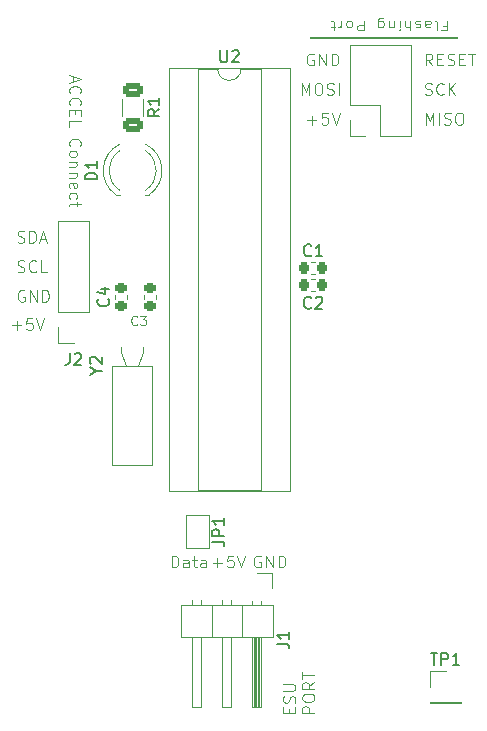
<source format=gto>
%TF.GenerationSoftware,KiCad,Pcbnew,8.0.4*%
%TF.CreationDate,2024-12-21T23:10:03-05:00*%
%TF.ProjectId,Reaction Wheel,52656163-7469-46f6-9e20-576865656c2e,rev?*%
%TF.SameCoordinates,Original*%
%TF.FileFunction,Legend,Top*%
%TF.FilePolarity,Positive*%
%FSLAX46Y46*%
G04 Gerber Fmt 4.6, Leading zero omitted, Abs format (unit mm)*
G04 Created by KiCad (PCBNEW 8.0.4) date 2024-12-21 23:10:03*
%MOMM*%
%LPD*%
G01*
G04 APERTURE LIST*
G04 Aperture macros list*
%AMRoundRect*
0 Rectangle with rounded corners*
0 $1 Rounding radius*
0 $2 $3 $4 $5 $6 $7 $8 $9 X,Y pos of 4 corners*
0 Add a 4 corners polygon primitive as box body*
4,1,4,$2,$3,$4,$5,$6,$7,$8,$9,$2,$3,0*
0 Add four circle primitives for the rounded corners*
1,1,$1+$1,$2,$3*
1,1,$1+$1,$4,$5*
1,1,$1+$1,$6,$7*
1,1,$1+$1,$8,$9*
0 Add four rect primitives between the rounded corners*
20,1,$1+$1,$2,$3,$4,$5,0*
20,1,$1+$1,$4,$5,$6,$7,0*
20,1,$1+$1,$6,$7,$8,$9,0*
20,1,$1+$1,$8,$9,$2,$3,0*%
G04 Aperture macros list end*
%ADD10C,0.100000*%
%ADD11C,0.150000*%
%ADD12C,0.125000*%
%ADD13C,0.120000*%
%ADD14R,1.800000X1.800000*%
%ADD15C,1.800000*%
%ADD16R,1.700000X1.700000*%
%ADD17O,1.700000X1.700000*%
%ADD18RoundRect,0.250000X-0.625000X0.312500X-0.625000X-0.312500X0.625000X-0.312500X0.625000X0.312500X0*%
%ADD19RoundRect,0.225000X0.250000X-0.225000X0.250000X0.225000X-0.250000X0.225000X-0.250000X-0.225000X0*%
%ADD20RoundRect,0.225000X-0.225000X-0.250000X0.225000X-0.250000X0.225000X0.250000X-0.225000X0.250000X0*%
%ADD21R,1.600000X1.600000*%
%ADD22O,1.600000X1.600000*%
%ADD23C,1.000000*%
%ADD24R,1.500000X1.000000*%
G04 APERTURE END LIST*
D10*
X46327693Y-72420038D02*
X46232455Y-72372419D01*
X46232455Y-72372419D02*
X46089598Y-72372419D01*
X46089598Y-72372419D02*
X45946741Y-72420038D01*
X45946741Y-72420038D02*
X45851503Y-72515276D01*
X45851503Y-72515276D02*
X45803884Y-72610514D01*
X45803884Y-72610514D02*
X45756265Y-72800990D01*
X45756265Y-72800990D02*
X45756265Y-72943847D01*
X45756265Y-72943847D02*
X45803884Y-73134323D01*
X45803884Y-73134323D02*
X45851503Y-73229561D01*
X45851503Y-73229561D02*
X45946741Y-73324800D01*
X45946741Y-73324800D02*
X46089598Y-73372419D01*
X46089598Y-73372419D02*
X46184836Y-73372419D01*
X46184836Y-73372419D02*
X46327693Y-73324800D01*
X46327693Y-73324800D02*
X46375312Y-73277180D01*
X46375312Y-73277180D02*
X46375312Y-72943847D01*
X46375312Y-72943847D02*
X46184836Y-72943847D01*
X46803884Y-73372419D02*
X46803884Y-72372419D01*
X46803884Y-72372419D02*
X47375312Y-73372419D01*
X47375312Y-73372419D02*
X47375312Y-72372419D01*
X47851503Y-73372419D02*
X47851503Y-72372419D01*
X47851503Y-72372419D02*
X48089598Y-72372419D01*
X48089598Y-72372419D02*
X48232455Y-72420038D01*
X48232455Y-72420038D02*
X48327693Y-72515276D01*
X48327693Y-72515276D02*
X48375312Y-72610514D01*
X48375312Y-72610514D02*
X48422931Y-72800990D01*
X48422931Y-72800990D02*
X48422931Y-72943847D01*
X48422931Y-72943847D02*
X48375312Y-73134323D01*
X48375312Y-73134323D02*
X48327693Y-73229561D01*
X48327693Y-73229561D02*
X48232455Y-73324800D01*
X48232455Y-73324800D02*
X48089598Y-73372419D01*
X48089598Y-73372419D02*
X47851503Y-73372419D01*
X80875312Y-53372419D02*
X80541979Y-52896228D01*
X80303884Y-53372419D02*
X80303884Y-52372419D01*
X80303884Y-52372419D02*
X80684836Y-52372419D01*
X80684836Y-52372419D02*
X80780074Y-52420038D01*
X80780074Y-52420038D02*
X80827693Y-52467657D01*
X80827693Y-52467657D02*
X80875312Y-52562895D01*
X80875312Y-52562895D02*
X80875312Y-52705752D01*
X80875312Y-52705752D02*
X80827693Y-52800990D01*
X80827693Y-52800990D02*
X80780074Y-52848609D01*
X80780074Y-52848609D02*
X80684836Y-52896228D01*
X80684836Y-52896228D02*
X80303884Y-52896228D01*
X81303884Y-52848609D02*
X81637217Y-52848609D01*
X81780074Y-53372419D02*
X81303884Y-53372419D01*
X81303884Y-53372419D02*
X81303884Y-52372419D01*
X81303884Y-52372419D02*
X81780074Y-52372419D01*
X82161027Y-53324800D02*
X82303884Y-53372419D01*
X82303884Y-53372419D02*
X82541979Y-53372419D01*
X82541979Y-53372419D02*
X82637217Y-53324800D01*
X82637217Y-53324800D02*
X82684836Y-53277180D01*
X82684836Y-53277180D02*
X82732455Y-53181942D01*
X82732455Y-53181942D02*
X82732455Y-53086704D01*
X82732455Y-53086704D02*
X82684836Y-52991466D01*
X82684836Y-52991466D02*
X82637217Y-52943847D01*
X82637217Y-52943847D02*
X82541979Y-52896228D01*
X82541979Y-52896228D02*
X82351503Y-52848609D01*
X82351503Y-52848609D02*
X82256265Y-52800990D01*
X82256265Y-52800990D02*
X82208646Y-52753371D01*
X82208646Y-52753371D02*
X82161027Y-52658133D01*
X82161027Y-52658133D02*
X82161027Y-52562895D01*
X82161027Y-52562895D02*
X82208646Y-52467657D01*
X82208646Y-52467657D02*
X82256265Y-52420038D01*
X82256265Y-52420038D02*
X82351503Y-52372419D01*
X82351503Y-52372419D02*
X82589598Y-52372419D01*
X82589598Y-52372419D02*
X82732455Y-52420038D01*
X83161027Y-52848609D02*
X83494360Y-52848609D01*
X83637217Y-53372419D02*
X83161027Y-53372419D01*
X83161027Y-53372419D02*
X83161027Y-52372419D01*
X83161027Y-52372419D02*
X83637217Y-52372419D01*
X83922932Y-52372419D02*
X84494360Y-52372419D01*
X84208646Y-53372419D02*
X84208646Y-52372419D01*
X68738665Y-108196115D02*
X68738665Y-107862782D01*
X69262475Y-107719925D02*
X69262475Y-108196115D01*
X69262475Y-108196115D02*
X68262475Y-108196115D01*
X68262475Y-108196115D02*
X68262475Y-107719925D01*
X69214856Y-107338972D02*
X69262475Y-107196115D01*
X69262475Y-107196115D02*
X69262475Y-106958020D01*
X69262475Y-106958020D02*
X69214856Y-106862782D01*
X69214856Y-106862782D02*
X69167236Y-106815163D01*
X69167236Y-106815163D02*
X69071998Y-106767544D01*
X69071998Y-106767544D02*
X68976760Y-106767544D01*
X68976760Y-106767544D02*
X68881522Y-106815163D01*
X68881522Y-106815163D02*
X68833903Y-106862782D01*
X68833903Y-106862782D02*
X68786284Y-106958020D01*
X68786284Y-106958020D02*
X68738665Y-107148496D01*
X68738665Y-107148496D02*
X68691046Y-107243734D01*
X68691046Y-107243734D02*
X68643427Y-107291353D01*
X68643427Y-107291353D02*
X68548189Y-107338972D01*
X68548189Y-107338972D02*
X68452951Y-107338972D01*
X68452951Y-107338972D02*
X68357713Y-107291353D01*
X68357713Y-107291353D02*
X68310094Y-107243734D01*
X68310094Y-107243734D02*
X68262475Y-107148496D01*
X68262475Y-107148496D02*
X68262475Y-106910401D01*
X68262475Y-106910401D02*
X68310094Y-106767544D01*
X68262475Y-106338972D02*
X69071998Y-106338972D01*
X69071998Y-106338972D02*
X69167236Y-106291353D01*
X69167236Y-106291353D02*
X69214856Y-106243734D01*
X69214856Y-106243734D02*
X69262475Y-106148496D01*
X69262475Y-106148496D02*
X69262475Y-105958020D01*
X69262475Y-105958020D02*
X69214856Y-105862782D01*
X69214856Y-105862782D02*
X69167236Y-105815163D01*
X69167236Y-105815163D02*
X69071998Y-105767544D01*
X69071998Y-105767544D02*
X68262475Y-105767544D01*
X70872419Y-108196115D02*
X69872419Y-108196115D01*
X69872419Y-108196115D02*
X69872419Y-107815163D01*
X69872419Y-107815163D02*
X69920038Y-107719925D01*
X69920038Y-107719925D02*
X69967657Y-107672306D01*
X69967657Y-107672306D02*
X70062895Y-107624687D01*
X70062895Y-107624687D02*
X70205752Y-107624687D01*
X70205752Y-107624687D02*
X70300990Y-107672306D01*
X70300990Y-107672306D02*
X70348609Y-107719925D01*
X70348609Y-107719925D02*
X70396228Y-107815163D01*
X70396228Y-107815163D02*
X70396228Y-108196115D01*
X69872419Y-107005639D02*
X69872419Y-106815163D01*
X69872419Y-106815163D02*
X69920038Y-106719925D01*
X69920038Y-106719925D02*
X70015276Y-106624687D01*
X70015276Y-106624687D02*
X70205752Y-106577068D01*
X70205752Y-106577068D02*
X70539085Y-106577068D01*
X70539085Y-106577068D02*
X70729561Y-106624687D01*
X70729561Y-106624687D02*
X70824800Y-106719925D01*
X70824800Y-106719925D02*
X70872419Y-106815163D01*
X70872419Y-106815163D02*
X70872419Y-107005639D01*
X70872419Y-107005639D02*
X70824800Y-107100877D01*
X70824800Y-107100877D02*
X70729561Y-107196115D01*
X70729561Y-107196115D02*
X70539085Y-107243734D01*
X70539085Y-107243734D02*
X70205752Y-107243734D01*
X70205752Y-107243734D02*
X70015276Y-107196115D01*
X70015276Y-107196115D02*
X69920038Y-107100877D01*
X69920038Y-107100877D02*
X69872419Y-107005639D01*
X70872419Y-105577068D02*
X70396228Y-105910401D01*
X70872419Y-106148496D02*
X69872419Y-106148496D01*
X69872419Y-106148496D02*
X69872419Y-105767544D01*
X69872419Y-105767544D02*
X69920038Y-105672306D01*
X69920038Y-105672306D02*
X69967657Y-105624687D01*
X69967657Y-105624687D02*
X70062895Y-105577068D01*
X70062895Y-105577068D02*
X70205752Y-105577068D01*
X70205752Y-105577068D02*
X70300990Y-105624687D01*
X70300990Y-105624687D02*
X70348609Y-105672306D01*
X70348609Y-105672306D02*
X70396228Y-105767544D01*
X70396228Y-105767544D02*
X70396228Y-106148496D01*
X69872419Y-105291353D02*
X69872419Y-104719925D01*
X70872419Y-105005639D02*
X69872419Y-105005639D01*
X50413295Y-54256265D02*
X50413295Y-54732455D01*
X50127580Y-54161027D02*
X51127580Y-54494360D01*
X51127580Y-54494360D02*
X50127580Y-54827693D01*
X50222819Y-55732455D02*
X50175200Y-55684836D01*
X50175200Y-55684836D02*
X50127580Y-55541979D01*
X50127580Y-55541979D02*
X50127580Y-55446741D01*
X50127580Y-55446741D02*
X50175200Y-55303884D01*
X50175200Y-55303884D02*
X50270438Y-55208646D01*
X50270438Y-55208646D02*
X50365676Y-55161027D01*
X50365676Y-55161027D02*
X50556152Y-55113408D01*
X50556152Y-55113408D02*
X50699009Y-55113408D01*
X50699009Y-55113408D02*
X50889485Y-55161027D01*
X50889485Y-55161027D02*
X50984723Y-55208646D01*
X50984723Y-55208646D02*
X51079961Y-55303884D01*
X51079961Y-55303884D02*
X51127580Y-55446741D01*
X51127580Y-55446741D02*
X51127580Y-55541979D01*
X51127580Y-55541979D02*
X51079961Y-55684836D01*
X51079961Y-55684836D02*
X51032342Y-55732455D01*
X50222819Y-56732455D02*
X50175200Y-56684836D01*
X50175200Y-56684836D02*
X50127580Y-56541979D01*
X50127580Y-56541979D02*
X50127580Y-56446741D01*
X50127580Y-56446741D02*
X50175200Y-56303884D01*
X50175200Y-56303884D02*
X50270438Y-56208646D01*
X50270438Y-56208646D02*
X50365676Y-56161027D01*
X50365676Y-56161027D02*
X50556152Y-56113408D01*
X50556152Y-56113408D02*
X50699009Y-56113408D01*
X50699009Y-56113408D02*
X50889485Y-56161027D01*
X50889485Y-56161027D02*
X50984723Y-56208646D01*
X50984723Y-56208646D02*
X51079961Y-56303884D01*
X51079961Y-56303884D02*
X51127580Y-56446741D01*
X51127580Y-56446741D02*
X51127580Y-56541979D01*
X51127580Y-56541979D02*
X51079961Y-56684836D01*
X51079961Y-56684836D02*
X51032342Y-56732455D01*
X50651390Y-57161027D02*
X50651390Y-57494360D01*
X50127580Y-57637217D02*
X50127580Y-57161027D01*
X50127580Y-57161027D02*
X51127580Y-57161027D01*
X51127580Y-57161027D02*
X51127580Y-57637217D01*
X50127580Y-58541979D02*
X50127580Y-58065789D01*
X50127580Y-58065789D02*
X51127580Y-58065789D01*
X50222819Y-60208646D02*
X50175200Y-60161027D01*
X50175200Y-60161027D02*
X50127580Y-60018170D01*
X50127580Y-60018170D02*
X50127580Y-59922932D01*
X50127580Y-59922932D02*
X50175200Y-59780075D01*
X50175200Y-59780075D02*
X50270438Y-59684837D01*
X50270438Y-59684837D02*
X50365676Y-59637218D01*
X50365676Y-59637218D02*
X50556152Y-59589599D01*
X50556152Y-59589599D02*
X50699009Y-59589599D01*
X50699009Y-59589599D02*
X50889485Y-59637218D01*
X50889485Y-59637218D02*
X50984723Y-59684837D01*
X50984723Y-59684837D02*
X51079961Y-59780075D01*
X51079961Y-59780075D02*
X51127580Y-59922932D01*
X51127580Y-59922932D02*
X51127580Y-60018170D01*
X51127580Y-60018170D02*
X51079961Y-60161027D01*
X51079961Y-60161027D02*
X51032342Y-60208646D01*
X50127580Y-60780075D02*
X50175200Y-60684837D01*
X50175200Y-60684837D02*
X50222819Y-60637218D01*
X50222819Y-60637218D02*
X50318057Y-60589599D01*
X50318057Y-60589599D02*
X50603771Y-60589599D01*
X50603771Y-60589599D02*
X50699009Y-60637218D01*
X50699009Y-60637218D02*
X50746628Y-60684837D01*
X50746628Y-60684837D02*
X50794247Y-60780075D01*
X50794247Y-60780075D02*
X50794247Y-60922932D01*
X50794247Y-60922932D02*
X50746628Y-61018170D01*
X50746628Y-61018170D02*
X50699009Y-61065789D01*
X50699009Y-61065789D02*
X50603771Y-61113408D01*
X50603771Y-61113408D02*
X50318057Y-61113408D01*
X50318057Y-61113408D02*
X50222819Y-61065789D01*
X50222819Y-61065789D02*
X50175200Y-61018170D01*
X50175200Y-61018170D02*
X50127580Y-60922932D01*
X50127580Y-60922932D02*
X50127580Y-60780075D01*
X50794247Y-61541980D02*
X50127580Y-61541980D01*
X50699009Y-61541980D02*
X50746628Y-61589599D01*
X50746628Y-61589599D02*
X50794247Y-61684837D01*
X50794247Y-61684837D02*
X50794247Y-61827694D01*
X50794247Y-61827694D02*
X50746628Y-61922932D01*
X50746628Y-61922932D02*
X50651390Y-61970551D01*
X50651390Y-61970551D02*
X50127580Y-61970551D01*
X50794247Y-62446742D02*
X50127580Y-62446742D01*
X50699009Y-62446742D02*
X50746628Y-62494361D01*
X50746628Y-62494361D02*
X50794247Y-62589599D01*
X50794247Y-62589599D02*
X50794247Y-62732456D01*
X50794247Y-62732456D02*
X50746628Y-62827694D01*
X50746628Y-62827694D02*
X50651390Y-62875313D01*
X50651390Y-62875313D02*
X50127580Y-62875313D01*
X50175200Y-63732456D02*
X50127580Y-63637218D01*
X50127580Y-63637218D02*
X50127580Y-63446742D01*
X50127580Y-63446742D02*
X50175200Y-63351504D01*
X50175200Y-63351504D02*
X50270438Y-63303885D01*
X50270438Y-63303885D02*
X50651390Y-63303885D01*
X50651390Y-63303885D02*
X50746628Y-63351504D01*
X50746628Y-63351504D02*
X50794247Y-63446742D01*
X50794247Y-63446742D02*
X50794247Y-63637218D01*
X50794247Y-63637218D02*
X50746628Y-63732456D01*
X50746628Y-63732456D02*
X50651390Y-63780075D01*
X50651390Y-63780075D02*
X50556152Y-63780075D01*
X50556152Y-63780075D02*
X50460914Y-63303885D01*
X50175200Y-64637218D02*
X50127580Y-64541980D01*
X50127580Y-64541980D02*
X50127580Y-64351504D01*
X50127580Y-64351504D02*
X50175200Y-64256266D01*
X50175200Y-64256266D02*
X50222819Y-64208647D01*
X50222819Y-64208647D02*
X50318057Y-64161028D01*
X50318057Y-64161028D02*
X50603771Y-64161028D01*
X50603771Y-64161028D02*
X50699009Y-64208647D01*
X50699009Y-64208647D02*
X50746628Y-64256266D01*
X50746628Y-64256266D02*
X50794247Y-64351504D01*
X50794247Y-64351504D02*
X50794247Y-64541980D01*
X50794247Y-64541980D02*
X50746628Y-64637218D01*
X50794247Y-64922933D02*
X50794247Y-65303885D01*
X51127580Y-65065790D02*
X50270438Y-65065790D01*
X50270438Y-65065790D02*
X50175200Y-65113409D01*
X50175200Y-65113409D02*
X50127580Y-65208647D01*
X50127580Y-65208647D02*
X50127580Y-65303885D01*
X70303884Y-57991466D02*
X71065789Y-57991466D01*
X70684836Y-58372419D02*
X70684836Y-57610514D01*
X72018169Y-57372419D02*
X71541979Y-57372419D01*
X71541979Y-57372419D02*
X71494360Y-57848609D01*
X71494360Y-57848609D02*
X71541979Y-57800990D01*
X71541979Y-57800990D02*
X71637217Y-57753371D01*
X71637217Y-57753371D02*
X71875312Y-57753371D01*
X71875312Y-57753371D02*
X71970550Y-57800990D01*
X71970550Y-57800990D02*
X72018169Y-57848609D01*
X72018169Y-57848609D02*
X72065788Y-57943847D01*
X72065788Y-57943847D02*
X72065788Y-58181942D01*
X72065788Y-58181942D02*
X72018169Y-58277180D01*
X72018169Y-58277180D02*
X71970550Y-58324800D01*
X71970550Y-58324800D02*
X71875312Y-58372419D01*
X71875312Y-58372419D02*
X71637217Y-58372419D01*
X71637217Y-58372419D02*
X71541979Y-58324800D01*
X71541979Y-58324800D02*
X71494360Y-58277180D01*
X72351503Y-57372419D02*
X72684836Y-58372419D01*
X72684836Y-58372419D02*
X73018169Y-57372419D01*
X62303884Y-95491466D02*
X63065789Y-95491466D01*
X62684836Y-95872419D02*
X62684836Y-95110514D01*
X64018169Y-94872419D02*
X63541979Y-94872419D01*
X63541979Y-94872419D02*
X63494360Y-95348609D01*
X63494360Y-95348609D02*
X63541979Y-95300990D01*
X63541979Y-95300990D02*
X63637217Y-95253371D01*
X63637217Y-95253371D02*
X63875312Y-95253371D01*
X63875312Y-95253371D02*
X63970550Y-95300990D01*
X63970550Y-95300990D02*
X64018169Y-95348609D01*
X64018169Y-95348609D02*
X64065788Y-95443847D01*
X64065788Y-95443847D02*
X64065788Y-95681942D01*
X64065788Y-95681942D02*
X64018169Y-95777180D01*
X64018169Y-95777180D02*
X63970550Y-95824800D01*
X63970550Y-95824800D02*
X63875312Y-95872419D01*
X63875312Y-95872419D02*
X63637217Y-95872419D01*
X63637217Y-95872419D02*
X63541979Y-95824800D01*
X63541979Y-95824800D02*
X63494360Y-95777180D01*
X64351503Y-94872419D02*
X64684836Y-95872419D01*
X64684836Y-95872419D02*
X65018169Y-94872419D01*
X45756265Y-68324800D02*
X45899122Y-68372419D01*
X45899122Y-68372419D02*
X46137217Y-68372419D01*
X46137217Y-68372419D02*
X46232455Y-68324800D01*
X46232455Y-68324800D02*
X46280074Y-68277180D01*
X46280074Y-68277180D02*
X46327693Y-68181942D01*
X46327693Y-68181942D02*
X46327693Y-68086704D01*
X46327693Y-68086704D02*
X46280074Y-67991466D01*
X46280074Y-67991466D02*
X46232455Y-67943847D01*
X46232455Y-67943847D02*
X46137217Y-67896228D01*
X46137217Y-67896228D02*
X45946741Y-67848609D01*
X45946741Y-67848609D02*
X45851503Y-67800990D01*
X45851503Y-67800990D02*
X45803884Y-67753371D01*
X45803884Y-67753371D02*
X45756265Y-67658133D01*
X45756265Y-67658133D02*
X45756265Y-67562895D01*
X45756265Y-67562895D02*
X45803884Y-67467657D01*
X45803884Y-67467657D02*
X45851503Y-67420038D01*
X45851503Y-67420038D02*
X45946741Y-67372419D01*
X45946741Y-67372419D02*
X46184836Y-67372419D01*
X46184836Y-67372419D02*
X46327693Y-67420038D01*
X46756265Y-68372419D02*
X46756265Y-67372419D01*
X46756265Y-67372419D02*
X46994360Y-67372419D01*
X46994360Y-67372419D02*
X47137217Y-67420038D01*
X47137217Y-67420038D02*
X47232455Y-67515276D01*
X47232455Y-67515276D02*
X47280074Y-67610514D01*
X47280074Y-67610514D02*
X47327693Y-67800990D01*
X47327693Y-67800990D02*
X47327693Y-67943847D01*
X47327693Y-67943847D02*
X47280074Y-68134323D01*
X47280074Y-68134323D02*
X47232455Y-68229561D01*
X47232455Y-68229561D02*
X47137217Y-68324800D01*
X47137217Y-68324800D02*
X46994360Y-68372419D01*
X46994360Y-68372419D02*
X46756265Y-68372419D01*
X47708646Y-68086704D02*
X48184836Y-68086704D01*
X47613408Y-68372419D02*
X47946741Y-67372419D01*
X47946741Y-67372419D02*
X48280074Y-68372419D01*
X58803884Y-95872419D02*
X58803884Y-94872419D01*
X58803884Y-94872419D02*
X59041979Y-94872419D01*
X59041979Y-94872419D02*
X59184836Y-94920038D01*
X59184836Y-94920038D02*
X59280074Y-95015276D01*
X59280074Y-95015276D02*
X59327693Y-95110514D01*
X59327693Y-95110514D02*
X59375312Y-95300990D01*
X59375312Y-95300990D02*
X59375312Y-95443847D01*
X59375312Y-95443847D02*
X59327693Y-95634323D01*
X59327693Y-95634323D02*
X59280074Y-95729561D01*
X59280074Y-95729561D02*
X59184836Y-95824800D01*
X59184836Y-95824800D02*
X59041979Y-95872419D01*
X59041979Y-95872419D02*
X58803884Y-95872419D01*
X60232455Y-95872419D02*
X60232455Y-95348609D01*
X60232455Y-95348609D02*
X60184836Y-95253371D01*
X60184836Y-95253371D02*
X60089598Y-95205752D01*
X60089598Y-95205752D02*
X59899122Y-95205752D01*
X59899122Y-95205752D02*
X59803884Y-95253371D01*
X60232455Y-95824800D02*
X60137217Y-95872419D01*
X60137217Y-95872419D02*
X59899122Y-95872419D01*
X59899122Y-95872419D02*
X59803884Y-95824800D01*
X59803884Y-95824800D02*
X59756265Y-95729561D01*
X59756265Y-95729561D02*
X59756265Y-95634323D01*
X59756265Y-95634323D02*
X59803884Y-95539085D01*
X59803884Y-95539085D02*
X59899122Y-95491466D01*
X59899122Y-95491466D02*
X60137217Y-95491466D01*
X60137217Y-95491466D02*
X60232455Y-95443847D01*
X60565789Y-95205752D02*
X60946741Y-95205752D01*
X60708646Y-94872419D02*
X60708646Y-95729561D01*
X60708646Y-95729561D02*
X60756265Y-95824800D01*
X60756265Y-95824800D02*
X60851503Y-95872419D01*
X60851503Y-95872419D02*
X60946741Y-95872419D01*
X61708646Y-95872419D02*
X61708646Y-95348609D01*
X61708646Y-95348609D02*
X61661027Y-95253371D01*
X61661027Y-95253371D02*
X61565789Y-95205752D01*
X61565789Y-95205752D02*
X61375313Y-95205752D01*
X61375313Y-95205752D02*
X61280075Y-95253371D01*
X61708646Y-95824800D02*
X61613408Y-95872419D01*
X61613408Y-95872419D02*
X61375313Y-95872419D01*
X61375313Y-95872419D02*
X61280075Y-95824800D01*
X61280075Y-95824800D02*
X61232456Y-95729561D01*
X61232456Y-95729561D02*
X61232456Y-95634323D01*
X61232456Y-95634323D02*
X61280075Y-95539085D01*
X61280075Y-95539085D02*
X61375313Y-95491466D01*
X61375313Y-95491466D02*
X61613408Y-95491466D01*
X61613408Y-95491466D02*
X61708646Y-95443847D01*
X80303884Y-58372419D02*
X80303884Y-57372419D01*
X80303884Y-57372419D02*
X80637217Y-58086704D01*
X80637217Y-58086704D02*
X80970550Y-57372419D01*
X80970550Y-57372419D02*
X80970550Y-58372419D01*
X81446741Y-58372419D02*
X81446741Y-57372419D01*
X81875312Y-58324800D02*
X82018169Y-58372419D01*
X82018169Y-58372419D02*
X82256264Y-58372419D01*
X82256264Y-58372419D02*
X82351502Y-58324800D01*
X82351502Y-58324800D02*
X82399121Y-58277180D01*
X82399121Y-58277180D02*
X82446740Y-58181942D01*
X82446740Y-58181942D02*
X82446740Y-58086704D01*
X82446740Y-58086704D02*
X82399121Y-57991466D01*
X82399121Y-57991466D02*
X82351502Y-57943847D01*
X82351502Y-57943847D02*
X82256264Y-57896228D01*
X82256264Y-57896228D02*
X82065788Y-57848609D01*
X82065788Y-57848609D02*
X81970550Y-57800990D01*
X81970550Y-57800990D02*
X81922931Y-57753371D01*
X81922931Y-57753371D02*
X81875312Y-57658133D01*
X81875312Y-57658133D02*
X81875312Y-57562895D01*
X81875312Y-57562895D02*
X81922931Y-57467657D01*
X81922931Y-57467657D02*
X81970550Y-57420038D01*
X81970550Y-57420038D02*
X82065788Y-57372419D01*
X82065788Y-57372419D02*
X82303883Y-57372419D01*
X82303883Y-57372419D02*
X82446740Y-57420038D01*
X83065788Y-57372419D02*
X83256264Y-57372419D01*
X83256264Y-57372419D02*
X83351502Y-57420038D01*
X83351502Y-57420038D02*
X83446740Y-57515276D01*
X83446740Y-57515276D02*
X83494359Y-57705752D01*
X83494359Y-57705752D02*
X83494359Y-58039085D01*
X83494359Y-58039085D02*
X83446740Y-58229561D01*
X83446740Y-58229561D02*
X83351502Y-58324800D01*
X83351502Y-58324800D02*
X83256264Y-58372419D01*
X83256264Y-58372419D02*
X83065788Y-58372419D01*
X83065788Y-58372419D02*
X82970550Y-58324800D01*
X82970550Y-58324800D02*
X82875312Y-58229561D01*
X82875312Y-58229561D02*
X82827693Y-58039085D01*
X82827693Y-58039085D02*
X82827693Y-57705752D01*
X82827693Y-57705752D02*
X82875312Y-57515276D01*
X82875312Y-57515276D02*
X82970550Y-57420038D01*
X82970550Y-57420038D02*
X83065788Y-57372419D01*
X45756265Y-70824800D02*
X45899122Y-70872419D01*
X45899122Y-70872419D02*
X46137217Y-70872419D01*
X46137217Y-70872419D02*
X46232455Y-70824800D01*
X46232455Y-70824800D02*
X46280074Y-70777180D01*
X46280074Y-70777180D02*
X46327693Y-70681942D01*
X46327693Y-70681942D02*
X46327693Y-70586704D01*
X46327693Y-70586704D02*
X46280074Y-70491466D01*
X46280074Y-70491466D02*
X46232455Y-70443847D01*
X46232455Y-70443847D02*
X46137217Y-70396228D01*
X46137217Y-70396228D02*
X45946741Y-70348609D01*
X45946741Y-70348609D02*
X45851503Y-70300990D01*
X45851503Y-70300990D02*
X45803884Y-70253371D01*
X45803884Y-70253371D02*
X45756265Y-70158133D01*
X45756265Y-70158133D02*
X45756265Y-70062895D01*
X45756265Y-70062895D02*
X45803884Y-69967657D01*
X45803884Y-69967657D02*
X45851503Y-69920038D01*
X45851503Y-69920038D02*
X45946741Y-69872419D01*
X45946741Y-69872419D02*
X46184836Y-69872419D01*
X46184836Y-69872419D02*
X46327693Y-69920038D01*
X47327693Y-70777180D02*
X47280074Y-70824800D01*
X47280074Y-70824800D02*
X47137217Y-70872419D01*
X47137217Y-70872419D02*
X47041979Y-70872419D01*
X47041979Y-70872419D02*
X46899122Y-70824800D01*
X46899122Y-70824800D02*
X46803884Y-70729561D01*
X46803884Y-70729561D02*
X46756265Y-70634323D01*
X46756265Y-70634323D02*
X46708646Y-70443847D01*
X46708646Y-70443847D02*
X46708646Y-70300990D01*
X46708646Y-70300990D02*
X46756265Y-70110514D01*
X46756265Y-70110514D02*
X46803884Y-70015276D01*
X46803884Y-70015276D02*
X46899122Y-69920038D01*
X46899122Y-69920038D02*
X47041979Y-69872419D01*
X47041979Y-69872419D02*
X47137217Y-69872419D01*
X47137217Y-69872419D02*
X47280074Y-69920038D01*
X47280074Y-69920038D02*
X47327693Y-69967657D01*
X48232455Y-70872419D02*
X47756265Y-70872419D01*
X47756265Y-70872419D02*
X47756265Y-69872419D01*
X45303884Y-75381522D02*
X46065789Y-75381522D01*
X45684836Y-75762475D02*
X45684836Y-75000570D01*
X47018169Y-74762475D02*
X46541979Y-74762475D01*
X46541979Y-74762475D02*
X46494360Y-75238665D01*
X46494360Y-75238665D02*
X46541979Y-75191046D01*
X46541979Y-75191046D02*
X46637217Y-75143427D01*
X46637217Y-75143427D02*
X46875312Y-75143427D01*
X46875312Y-75143427D02*
X46970550Y-75191046D01*
X46970550Y-75191046D02*
X47018169Y-75238665D01*
X47018169Y-75238665D02*
X47065788Y-75333903D01*
X47065788Y-75333903D02*
X47065788Y-75571998D01*
X47065788Y-75571998D02*
X47018169Y-75667236D01*
X47018169Y-75667236D02*
X46970550Y-75714856D01*
X46970550Y-75714856D02*
X46875312Y-75762475D01*
X46875312Y-75762475D02*
X46637217Y-75762475D01*
X46637217Y-75762475D02*
X46541979Y-75714856D01*
X46541979Y-75714856D02*
X46494360Y-75667236D01*
X47351503Y-74762475D02*
X47684836Y-75762475D01*
X47684836Y-75762475D02*
X48018169Y-74762475D01*
X80256265Y-55824800D02*
X80399122Y-55872419D01*
X80399122Y-55872419D02*
X80637217Y-55872419D01*
X80637217Y-55872419D02*
X80732455Y-55824800D01*
X80732455Y-55824800D02*
X80780074Y-55777180D01*
X80780074Y-55777180D02*
X80827693Y-55681942D01*
X80827693Y-55681942D02*
X80827693Y-55586704D01*
X80827693Y-55586704D02*
X80780074Y-55491466D01*
X80780074Y-55491466D02*
X80732455Y-55443847D01*
X80732455Y-55443847D02*
X80637217Y-55396228D01*
X80637217Y-55396228D02*
X80446741Y-55348609D01*
X80446741Y-55348609D02*
X80351503Y-55300990D01*
X80351503Y-55300990D02*
X80303884Y-55253371D01*
X80303884Y-55253371D02*
X80256265Y-55158133D01*
X80256265Y-55158133D02*
X80256265Y-55062895D01*
X80256265Y-55062895D02*
X80303884Y-54967657D01*
X80303884Y-54967657D02*
X80351503Y-54920038D01*
X80351503Y-54920038D02*
X80446741Y-54872419D01*
X80446741Y-54872419D02*
X80684836Y-54872419D01*
X80684836Y-54872419D02*
X80827693Y-54920038D01*
X81827693Y-55777180D02*
X81780074Y-55824800D01*
X81780074Y-55824800D02*
X81637217Y-55872419D01*
X81637217Y-55872419D02*
X81541979Y-55872419D01*
X81541979Y-55872419D02*
X81399122Y-55824800D01*
X81399122Y-55824800D02*
X81303884Y-55729561D01*
X81303884Y-55729561D02*
X81256265Y-55634323D01*
X81256265Y-55634323D02*
X81208646Y-55443847D01*
X81208646Y-55443847D02*
X81208646Y-55300990D01*
X81208646Y-55300990D02*
X81256265Y-55110514D01*
X81256265Y-55110514D02*
X81303884Y-55015276D01*
X81303884Y-55015276D02*
X81399122Y-54920038D01*
X81399122Y-54920038D02*
X81541979Y-54872419D01*
X81541979Y-54872419D02*
X81637217Y-54872419D01*
X81637217Y-54872419D02*
X81780074Y-54920038D01*
X81780074Y-54920038D02*
X81827693Y-54967657D01*
X82256265Y-55872419D02*
X82256265Y-54872419D01*
X82827693Y-55872419D02*
X82399122Y-55300990D01*
X82827693Y-54872419D02*
X82256265Y-55443847D01*
X66327693Y-94920038D02*
X66232455Y-94872419D01*
X66232455Y-94872419D02*
X66089598Y-94872419D01*
X66089598Y-94872419D02*
X65946741Y-94920038D01*
X65946741Y-94920038D02*
X65851503Y-95015276D01*
X65851503Y-95015276D02*
X65803884Y-95110514D01*
X65803884Y-95110514D02*
X65756265Y-95300990D01*
X65756265Y-95300990D02*
X65756265Y-95443847D01*
X65756265Y-95443847D02*
X65803884Y-95634323D01*
X65803884Y-95634323D02*
X65851503Y-95729561D01*
X65851503Y-95729561D02*
X65946741Y-95824800D01*
X65946741Y-95824800D02*
X66089598Y-95872419D01*
X66089598Y-95872419D02*
X66184836Y-95872419D01*
X66184836Y-95872419D02*
X66327693Y-95824800D01*
X66327693Y-95824800D02*
X66375312Y-95777180D01*
X66375312Y-95777180D02*
X66375312Y-95443847D01*
X66375312Y-95443847D02*
X66184836Y-95443847D01*
X66803884Y-95872419D02*
X66803884Y-94872419D01*
X66803884Y-94872419D02*
X67375312Y-95872419D01*
X67375312Y-95872419D02*
X67375312Y-94872419D01*
X67851503Y-95872419D02*
X67851503Y-94872419D01*
X67851503Y-94872419D02*
X68089598Y-94872419D01*
X68089598Y-94872419D02*
X68232455Y-94920038D01*
X68232455Y-94920038D02*
X68327693Y-95015276D01*
X68327693Y-95015276D02*
X68375312Y-95110514D01*
X68375312Y-95110514D02*
X68422931Y-95300990D01*
X68422931Y-95300990D02*
X68422931Y-95443847D01*
X68422931Y-95443847D02*
X68375312Y-95634323D01*
X68375312Y-95634323D02*
X68327693Y-95729561D01*
X68327693Y-95729561D02*
X68232455Y-95824800D01*
X68232455Y-95824800D02*
X68089598Y-95872419D01*
X68089598Y-95872419D02*
X67851503Y-95872419D01*
X69803884Y-55872419D02*
X69803884Y-54872419D01*
X69803884Y-54872419D02*
X70137217Y-55586704D01*
X70137217Y-55586704D02*
X70470550Y-54872419D01*
X70470550Y-54872419D02*
X70470550Y-55872419D01*
X71137217Y-54872419D02*
X71327693Y-54872419D01*
X71327693Y-54872419D02*
X71422931Y-54920038D01*
X71422931Y-54920038D02*
X71518169Y-55015276D01*
X71518169Y-55015276D02*
X71565788Y-55205752D01*
X71565788Y-55205752D02*
X71565788Y-55539085D01*
X71565788Y-55539085D02*
X71518169Y-55729561D01*
X71518169Y-55729561D02*
X71422931Y-55824800D01*
X71422931Y-55824800D02*
X71327693Y-55872419D01*
X71327693Y-55872419D02*
X71137217Y-55872419D01*
X71137217Y-55872419D02*
X71041979Y-55824800D01*
X71041979Y-55824800D02*
X70946741Y-55729561D01*
X70946741Y-55729561D02*
X70899122Y-55539085D01*
X70899122Y-55539085D02*
X70899122Y-55205752D01*
X70899122Y-55205752D02*
X70946741Y-55015276D01*
X70946741Y-55015276D02*
X71041979Y-54920038D01*
X71041979Y-54920038D02*
X71137217Y-54872419D01*
X71946741Y-55824800D02*
X72089598Y-55872419D01*
X72089598Y-55872419D02*
X72327693Y-55872419D01*
X72327693Y-55872419D02*
X72422931Y-55824800D01*
X72422931Y-55824800D02*
X72470550Y-55777180D01*
X72470550Y-55777180D02*
X72518169Y-55681942D01*
X72518169Y-55681942D02*
X72518169Y-55586704D01*
X72518169Y-55586704D02*
X72470550Y-55491466D01*
X72470550Y-55491466D02*
X72422931Y-55443847D01*
X72422931Y-55443847D02*
X72327693Y-55396228D01*
X72327693Y-55396228D02*
X72137217Y-55348609D01*
X72137217Y-55348609D02*
X72041979Y-55300990D01*
X72041979Y-55300990D02*
X71994360Y-55253371D01*
X71994360Y-55253371D02*
X71946741Y-55158133D01*
X71946741Y-55158133D02*
X71946741Y-55062895D01*
X71946741Y-55062895D02*
X71994360Y-54967657D01*
X71994360Y-54967657D02*
X72041979Y-54920038D01*
X72041979Y-54920038D02*
X72137217Y-54872419D01*
X72137217Y-54872419D02*
X72375312Y-54872419D01*
X72375312Y-54872419D02*
X72518169Y-54920038D01*
X72946741Y-55872419D02*
X72946741Y-54872419D01*
X70827693Y-52420038D02*
X70732455Y-52372419D01*
X70732455Y-52372419D02*
X70589598Y-52372419D01*
X70589598Y-52372419D02*
X70446741Y-52420038D01*
X70446741Y-52420038D02*
X70351503Y-52515276D01*
X70351503Y-52515276D02*
X70303884Y-52610514D01*
X70303884Y-52610514D02*
X70256265Y-52800990D01*
X70256265Y-52800990D02*
X70256265Y-52943847D01*
X70256265Y-52943847D02*
X70303884Y-53134323D01*
X70303884Y-53134323D02*
X70351503Y-53229561D01*
X70351503Y-53229561D02*
X70446741Y-53324800D01*
X70446741Y-53324800D02*
X70589598Y-53372419D01*
X70589598Y-53372419D02*
X70684836Y-53372419D01*
X70684836Y-53372419D02*
X70827693Y-53324800D01*
X70827693Y-53324800D02*
X70875312Y-53277180D01*
X70875312Y-53277180D02*
X70875312Y-52943847D01*
X70875312Y-52943847D02*
X70684836Y-52943847D01*
X71303884Y-53372419D02*
X71303884Y-52372419D01*
X71303884Y-52372419D02*
X71875312Y-53372419D01*
X71875312Y-53372419D02*
X71875312Y-52372419D01*
X72351503Y-53372419D02*
X72351503Y-52372419D01*
X72351503Y-52372419D02*
X72589598Y-52372419D01*
X72589598Y-52372419D02*
X72732455Y-52420038D01*
X72732455Y-52420038D02*
X72827693Y-52515276D01*
X72827693Y-52515276D02*
X72875312Y-52610514D01*
X72875312Y-52610514D02*
X72922931Y-52800990D01*
X72922931Y-52800990D02*
X72922931Y-52943847D01*
X72922931Y-52943847D02*
X72875312Y-53134323D01*
X72875312Y-53134323D02*
X72827693Y-53229561D01*
X72827693Y-53229561D02*
X72732455Y-53324800D01*
X72732455Y-53324800D02*
X72589598Y-53372419D01*
X72589598Y-53372419D02*
X72351503Y-53372419D01*
X81762782Y-50011552D02*
X82096115Y-50011552D01*
X82096115Y-49592504D02*
X82096115Y-50392504D01*
X82096115Y-50392504D02*
X81619925Y-50392504D01*
X81096115Y-49592504D02*
X81191353Y-49630600D01*
X81191353Y-49630600D02*
X81238972Y-49706790D01*
X81238972Y-49706790D02*
X81238972Y-50392504D01*
X80286591Y-49592504D02*
X80286591Y-50011552D01*
X80286591Y-50011552D02*
X80334210Y-50087742D01*
X80334210Y-50087742D02*
X80429448Y-50125838D01*
X80429448Y-50125838D02*
X80619924Y-50125838D01*
X80619924Y-50125838D02*
X80715162Y-50087742D01*
X80286591Y-49630600D02*
X80381829Y-49592504D01*
X80381829Y-49592504D02*
X80619924Y-49592504D01*
X80619924Y-49592504D02*
X80715162Y-49630600D01*
X80715162Y-49630600D02*
X80762781Y-49706790D01*
X80762781Y-49706790D02*
X80762781Y-49782980D01*
X80762781Y-49782980D02*
X80715162Y-49859171D01*
X80715162Y-49859171D02*
X80619924Y-49897266D01*
X80619924Y-49897266D02*
X80381829Y-49897266D01*
X80381829Y-49897266D02*
X80286591Y-49935361D01*
X79858019Y-49630600D02*
X79762781Y-49592504D01*
X79762781Y-49592504D02*
X79572305Y-49592504D01*
X79572305Y-49592504D02*
X79477067Y-49630600D01*
X79477067Y-49630600D02*
X79429448Y-49706790D01*
X79429448Y-49706790D02*
X79429448Y-49744885D01*
X79429448Y-49744885D02*
X79477067Y-49821076D01*
X79477067Y-49821076D02*
X79572305Y-49859171D01*
X79572305Y-49859171D02*
X79715162Y-49859171D01*
X79715162Y-49859171D02*
X79810400Y-49897266D01*
X79810400Y-49897266D02*
X79858019Y-49973457D01*
X79858019Y-49973457D02*
X79858019Y-50011552D01*
X79858019Y-50011552D02*
X79810400Y-50087742D01*
X79810400Y-50087742D02*
X79715162Y-50125838D01*
X79715162Y-50125838D02*
X79572305Y-50125838D01*
X79572305Y-50125838D02*
X79477067Y-50087742D01*
X79000876Y-49592504D02*
X79000876Y-50392504D01*
X78572305Y-49592504D02*
X78572305Y-50011552D01*
X78572305Y-50011552D02*
X78619924Y-50087742D01*
X78619924Y-50087742D02*
X78715162Y-50125838D01*
X78715162Y-50125838D02*
X78858019Y-50125838D01*
X78858019Y-50125838D02*
X78953257Y-50087742D01*
X78953257Y-50087742D02*
X79000876Y-50049647D01*
X78096114Y-49592504D02*
X78096114Y-50125838D01*
X78096114Y-50392504D02*
X78143733Y-50354409D01*
X78143733Y-50354409D02*
X78096114Y-50316314D01*
X78096114Y-50316314D02*
X78048495Y-50354409D01*
X78048495Y-50354409D02*
X78096114Y-50392504D01*
X78096114Y-50392504D02*
X78096114Y-50316314D01*
X77619924Y-50125838D02*
X77619924Y-49592504D01*
X77619924Y-50049647D02*
X77572305Y-50087742D01*
X77572305Y-50087742D02*
X77477067Y-50125838D01*
X77477067Y-50125838D02*
X77334210Y-50125838D01*
X77334210Y-50125838D02*
X77238972Y-50087742D01*
X77238972Y-50087742D02*
X77191353Y-50011552D01*
X77191353Y-50011552D02*
X77191353Y-49592504D01*
X76286591Y-50125838D02*
X76286591Y-49478219D01*
X76286591Y-49478219D02*
X76334210Y-49402028D01*
X76334210Y-49402028D02*
X76381829Y-49363933D01*
X76381829Y-49363933D02*
X76477067Y-49325838D01*
X76477067Y-49325838D02*
X76619924Y-49325838D01*
X76619924Y-49325838D02*
X76715162Y-49363933D01*
X76286591Y-49630600D02*
X76381829Y-49592504D01*
X76381829Y-49592504D02*
X76572305Y-49592504D01*
X76572305Y-49592504D02*
X76667543Y-49630600D01*
X76667543Y-49630600D02*
X76715162Y-49668695D01*
X76715162Y-49668695D02*
X76762781Y-49744885D01*
X76762781Y-49744885D02*
X76762781Y-49973457D01*
X76762781Y-49973457D02*
X76715162Y-50049647D01*
X76715162Y-50049647D02*
X76667543Y-50087742D01*
X76667543Y-50087742D02*
X76572305Y-50125838D01*
X76572305Y-50125838D02*
X76381829Y-50125838D01*
X76381829Y-50125838D02*
X76286591Y-50087742D01*
X75048495Y-49592504D02*
X75048495Y-50392504D01*
X75048495Y-50392504D02*
X74667543Y-50392504D01*
X74667543Y-50392504D02*
X74572305Y-50354409D01*
X74572305Y-50354409D02*
X74524686Y-50316314D01*
X74524686Y-50316314D02*
X74477067Y-50240123D01*
X74477067Y-50240123D02*
X74477067Y-50125838D01*
X74477067Y-50125838D02*
X74524686Y-50049647D01*
X74524686Y-50049647D02*
X74572305Y-50011552D01*
X74572305Y-50011552D02*
X74667543Y-49973457D01*
X74667543Y-49973457D02*
X75048495Y-49973457D01*
X73905638Y-49592504D02*
X74000876Y-49630600D01*
X74000876Y-49630600D02*
X74048495Y-49668695D01*
X74048495Y-49668695D02*
X74096114Y-49744885D01*
X74096114Y-49744885D02*
X74096114Y-49973457D01*
X74096114Y-49973457D02*
X74048495Y-50049647D01*
X74048495Y-50049647D02*
X74000876Y-50087742D01*
X74000876Y-50087742D02*
X73905638Y-50125838D01*
X73905638Y-50125838D02*
X73762781Y-50125838D01*
X73762781Y-50125838D02*
X73667543Y-50087742D01*
X73667543Y-50087742D02*
X73619924Y-50049647D01*
X73619924Y-50049647D02*
X73572305Y-49973457D01*
X73572305Y-49973457D02*
X73572305Y-49744885D01*
X73572305Y-49744885D02*
X73619924Y-49668695D01*
X73619924Y-49668695D02*
X73667543Y-49630600D01*
X73667543Y-49630600D02*
X73762781Y-49592504D01*
X73762781Y-49592504D02*
X73905638Y-49592504D01*
X73143733Y-49592504D02*
X73143733Y-50125838D01*
X73143733Y-49973457D02*
X73096114Y-50049647D01*
X73096114Y-50049647D02*
X73048495Y-50087742D01*
X73048495Y-50087742D02*
X72953257Y-50125838D01*
X72953257Y-50125838D02*
X72858019Y-50125838D01*
X72667542Y-50125838D02*
X72286590Y-50125838D01*
X72524685Y-50392504D02*
X72524685Y-49706790D01*
X72524685Y-49706790D02*
X72477066Y-49630600D01*
X72477066Y-49630600D02*
X72381828Y-49592504D01*
X72381828Y-49592504D02*
X72286590Y-49592504D01*
X70500000Y-51000000D02*
X83000000Y-51000000D01*
X83000000Y-51025400D01*
X70500000Y-51025400D01*
X70500000Y-51000000D01*
D11*
X52494819Y-63008094D02*
X51494819Y-63008094D01*
X51494819Y-63008094D02*
X51494819Y-62769999D01*
X51494819Y-62769999D02*
X51542438Y-62627142D01*
X51542438Y-62627142D02*
X51637676Y-62531904D01*
X51637676Y-62531904D02*
X51732914Y-62484285D01*
X51732914Y-62484285D02*
X51923390Y-62436666D01*
X51923390Y-62436666D02*
X52066247Y-62436666D01*
X52066247Y-62436666D02*
X52256723Y-62484285D01*
X52256723Y-62484285D02*
X52351961Y-62531904D01*
X52351961Y-62531904D02*
X52447200Y-62627142D01*
X52447200Y-62627142D02*
X52494819Y-62769999D01*
X52494819Y-62769999D02*
X52494819Y-63008094D01*
X52494819Y-61484285D02*
X52494819Y-62055713D01*
X52494819Y-61769999D02*
X51494819Y-61769999D01*
X51494819Y-61769999D02*
X51637676Y-61865237D01*
X51637676Y-61865237D02*
X51732914Y-61960475D01*
X51732914Y-61960475D02*
X51780533Y-62055713D01*
X57774819Y-57079166D02*
X57298628Y-57412499D01*
X57774819Y-57650594D02*
X56774819Y-57650594D01*
X56774819Y-57650594D02*
X56774819Y-57269642D01*
X56774819Y-57269642D02*
X56822438Y-57174404D01*
X56822438Y-57174404D02*
X56870057Y-57126785D01*
X56870057Y-57126785D02*
X56965295Y-57079166D01*
X56965295Y-57079166D02*
X57108152Y-57079166D01*
X57108152Y-57079166D02*
X57203390Y-57126785D01*
X57203390Y-57126785D02*
X57251009Y-57174404D01*
X57251009Y-57174404D02*
X57298628Y-57269642D01*
X57298628Y-57269642D02*
X57298628Y-57650594D01*
X57774819Y-56126785D02*
X57774819Y-56698213D01*
X57774819Y-56412499D02*
X56774819Y-56412499D01*
X56774819Y-56412499D02*
X56917676Y-56507737D01*
X56917676Y-56507737D02*
X57012914Y-56602975D01*
X57012914Y-56602975D02*
X57060533Y-56698213D01*
D12*
X55866667Y-75287404D02*
X55828571Y-75325500D01*
X55828571Y-75325500D02*
X55714286Y-75363595D01*
X55714286Y-75363595D02*
X55638095Y-75363595D01*
X55638095Y-75363595D02*
X55523809Y-75325500D01*
X55523809Y-75325500D02*
X55447619Y-75249309D01*
X55447619Y-75249309D02*
X55409524Y-75173119D01*
X55409524Y-75173119D02*
X55371428Y-75020738D01*
X55371428Y-75020738D02*
X55371428Y-74906452D01*
X55371428Y-74906452D02*
X55409524Y-74754071D01*
X55409524Y-74754071D02*
X55447619Y-74677880D01*
X55447619Y-74677880D02*
X55523809Y-74601690D01*
X55523809Y-74601690D02*
X55638095Y-74563595D01*
X55638095Y-74563595D02*
X55714286Y-74563595D01*
X55714286Y-74563595D02*
X55828571Y-74601690D01*
X55828571Y-74601690D02*
X55866667Y-74639785D01*
X56133333Y-74563595D02*
X56628571Y-74563595D01*
X56628571Y-74563595D02*
X56361905Y-74868357D01*
X56361905Y-74868357D02*
X56476190Y-74868357D01*
X56476190Y-74868357D02*
X56552381Y-74906452D01*
X56552381Y-74906452D02*
X56590476Y-74944547D01*
X56590476Y-74944547D02*
X56628571Y-75020738D01*
X56628571Y-75020738D02*
X56628571Y-75211214D01*
X56628571Y-75211214D02*
X56590476Y-75287404D01*
X56590476Y-75287404D02*
X56552381Y-75325500D01*
X56552381Y-75325500D02*
X56476190Y-75363595D01*
X56476190Y-75363595D02*
X56247619Y-75363595D01*
X56247619Y-75363595D02*
X56171428Y-75325500D01*
X56171428Y-75325500D02*
X56133333Y-75287404D01*
D11*
X70608333Y-73859580D02*
X70560714Y-73907200D01*
X70560714Y-73907200D02*
X70417857Y-73954819D01*
X70417857Y-73954819D02*
X70322619Y-73954819D01*
X70322619Y-73954819D02*
X70179762Y-73907200D01*
X70179762Y-73907200D02*
X70084524Y-73811961D01*
X70084524Y-73811961D02*
X70036905Y-73716723D01*
X70036905Y-73716723D02*
X69989286Y-73526247D01*
X69989286Y-73526247D02*
X69989286Y-73383390D01*
X69989286Y-73383390D02*
X70036905Y-73192914D01*
X70036905Y-73192914D02*
X70084524Y-73097676D01*
X70084524Y-73097676D02*
X70179762Y-73002438D01*
X70179762Y-73002438D02*
X70322619Y-72954819D01*
X70322619Y-72954819D02*
X70417857Y-72954819D01*
X70417857Y-72954819D02*
X70560714Y-73002438D01*
X70560714Y-73002438D02*
X70608333Y-73050057D01*
X70989286Y-73050057D02*
X71036905Y-73002438D01*
X71036905Y-73002438D02*
X71132143Y-72954819D01*
X71132143Y-72954819D02*
X71370238Y-72954819D01*
X71370238Y-72954819D02*
X71465476Y-73002438D01*
X71465476Y-73002438D02*
X71513095Y-73050057D01*
X71513095Y-73050057D02*
X71560714Y-73145295D01*
X71560714Y-73145295D02*
X71560714Y-73240533D01*
X71560714Y-73240533D02*
X71513095Y-73383390D01*
X71513095Y-73383390D02*
X70941667Y-73954819D01*
X70941667Y-73954819D02*
X71560714Y-73954819D01*
X50166666Y-77724819D02*
X50166666Y-78439104D01*
X50166666Y-78439104D02*
X50119047Y-78581961D01*
X50119047Y-78581961D02*
X50023809Y-78677200D01*
X50023809Y-78677200D02*
X49880952Y-78724819D01*
X49880952Y-78724819D02*
X49785714Y-78724819D01*
X50595238Y-77820057D02*
X50642857Y-77772438D01*
X50642857Y-77772438D02*
X50738095Y-77724819D01*
X50738095Y-77724819D02*
X50976190Y-77724819D01*
X50976190Y-77724819D02*
X51071428Y-77772438D01*
X51071428Y-77772438D02*
X51119047Y-77820057D01*
X51119047Y-77820057D02*
X51166666Y-77915295D01*
X51166666Y-77915295D02*
X51166666Y-78010533D01*
X51166666Y-78010533D02*
X51119047Y-78153390D01*
X51119047Y-78153390D02*
X50547619Y-78724819D01*
X50547619Y-78724819D02*
X51166666Y-78724819D01*
X53429580Y-73141666D02*
X53477200Y-73189285D01*
X53477200Y-73189285D02*
X53524819Y-73332142D01*
X53524819Y-73332142D02*
X53524819Y-73427380D01*
X53524819Y-73427380D02*
X53477200Y-73570237D01*
X53477200Y-73570237D02*
X53381961Y-73665475D01*
X53381961Y-73665475D02*
X53286723Y-73713094D01*
X53286723Y-73713094D02*
X53096247Y-73760713D01*
X53096247Y-73760713D02*
X52953390Y-73760713D01*
X52953390Y-73760713D02*
X52762914Y-73713094D01*
X52762914Y-73713094D02*
X52667676Y-73665475D01*
X52667676Y-73665475D02*
X52572438Y-73570237D01*
X52572438Y-73570237D02*
X52524819Y-73427380D01*
X52524819Y-73427380D02*
X52524819Y-73332142D01*
X52524819Y-73332142D02*
X52572438Y-73189285D01*
X52572438Y-73189285D02*
X52620057Y-73141666D01*
X52858152Y-72284523D02*
X53524819Y-72284523D01*
X52477200Y-72522618D02*
X53191485Y-72760713D01*
X53191485Y-72760713D02*
X53191485Y-72141666D01*
X67749819Y-102343333D02*
X68464104Y-102343333D01*
X68464104Y-102343333D02*
X68606961Y-102390952D01*
X68606961Y-102390952D02*
X68702200Y-102486190D01*
X68702200Y-102486190D02*
X68749819Y-102629047D01*
X68749819Y-102629047D02*
X68749819Y-102724285D01*
X68749819Y-101343333D02*
X68749819Y-101914761D01*
X68749819Y-101629047D02*
X67749819Y-101629047D01*
X67749819Y-101629047D02*
X67892676Y-101724285D01*
X67892676Y-101724285D02*
X67987914Y-101819523D01*
X67987914Y-101819523D02*
X68035533Y-101914761D01*
X62928095Y-52084819D02*
X62928095Y-52894342D01*
X62928095Y-52894342D02*
X62975714Y-52989580D01*
X62975714Y-52989580D02*
X63023333Y-53037200D01*
X63023333Y-53037200D02*
X63118571Y-53084819D01*
X63118571Y-53084819D02*
X63309047Y-53084819D01*
X63309047Y-53084819D02*
X63404285Y-53037200D01*
X63404285Y-53037200D02*
X63451904Y-52989580D01*
X63451904Y-52989580D02*
X63499523Y-52894342D01*
X63499523Y-52894342D02*
X63499523Y-52084819D01*
X63928095Y-52180057D02*
X63975714Y-52132438D01*
X63975714Y-52132438D02*
X64070952Y-52084819D01*
X64070952Y-52084819D02*
X64309047Y-52084819D01*
X64309047Y-52084819D02*
X64404285Y-52132438D01*
X64404285Y-52132438D02*
X64451904Y-52180057D01*
X64451904Y-52180057D02*
X64499523Y-52275295D01*
X64499523Y-52275295D02*
X64499523Y-52370533D01*
X64499523Y-52370533D02*
X64451904Y-52513390D01*
X64451904Y-52513390D02*
X63880476Y-53084819D01*
X63880476Y-53084819D02*
X64499523Y-53084819D01*
X52408628Y-79226190D02*
X52884819Y-79226190D01*
X51884819Y-79559523D02*
X52408628Y-79226190D01*
X52408628Y-79226190D02*
X51884819Y-78892857D01*
X51980057Y-78607142D02*
X51932438Y-78559523D01*
X51932438Y-78559523D02*
X51884819Y-78464285D01*
X51884819Y-78464285D02*
X51884819Y-78226190D01*
X51884819Y-78226190D02*
X51932438Y-78130952D01*
X51932438Y-78130952D02*
X51980057Y-78083333D01*
X51980057Y-78083333D02*
X52075295Y-78035714D01*
X52075295Y-78035714D02*
X52170533Y-78035714D01*
X52170533Y-78035714D02*
X52313390Y-78083333D01*
X52313390Y-78083333D02*
X52884819Y-78654761D01*
X52884819Y-78654761D02*
X52884819Y-78035714D01*
X80738095Y-103124819D02*
X81309523Y-103124819D01*
X81023809Y-104124819D02*
X81023809Y-103124819D01*
X81642857Y-104124819D02*
X81642857Y-103124819D01*
X81642857Y-103124819D02*
X82023809Y-103124819D01*
X82023809Y-103124819D02*
X82119047Y-103172438D01*
X82119047Y-103172438D02*
X82166666Y-103220057D01*
X82166666Y-103220057D02*
X82214285Y-103315295D01*
X82214285Y-103315295D02*
X82214285Y-103458152D01*
X82214285Y-103458152D02*
X82166666Y-103553390D01*
X82166666Y-103553390D02*
X82119047Y-103601009D01*
X82119047Y-103601009D02*
X82023809Y-103648628D01*
X82023809Y-103648628D02*
X81642857Y-103648628D01*
X83166666Y-104124819D02*
X82595238Y-104124819D01*
X82880952Y-104124819D02*
X82880952Y-103124819D01*
X82880952Y-103124819D02*
X82785714Y-103267676D01*
X82785714Y-103267676D02*
X82690476Y-103362914D01*
X82690476Y-103362914D02*
X82595238Y-103410533D01*
X62254819Y-93683333D02*
X62969104Y-93683333D01*
X62969104Y-93683333D02*
X63111961Y-93730952D01*
X63111961Y-93730952D02*
X63207200Y-93826190D01*
X63207200Y-93826190D02*
X63254819Y-93969047D01*
X63254819Y-93969047D02*
X63254819Y-94064285D01*
X63254819Y-93207142D02*
X62254819Y-93207142D01*
X62254819Y-93207142D02*
X62254819Y-92826190D01*
X62254819Y-92826190D02*
X62302438Y-92730952D01*
X62302438Y-92730952D02*
X62350057Y-92683333D01*
X62350057Y-92683333D02*
X62445295Y-92635714D01*
X62445295Y-92635714D02*
X62588152Y-92635714D01*
X62588152Y-92635714D02*
X62683390Y-92683333D01*
X62683390Y-92683333D02*
X62731009Y-92730952D01*
X62731009Y-92730952D02*
X62778628Y-92826190D01*
X62778628Y-92826190D02*
X62778628Y-93207142D01*
X63254819Y-91683333D02*
X63254819Y-92254761D01*
X63254819Y-91969047D02*
X62254819Y-91969047D01*
X62254819Y-91969047D02*
X62397676Y-92064285D01*
X62397676Y-92064285D02*
X62492914Y-92159523D01*
X62492914Y-92159523D02*
X62540533Y-92254761D01*
X70608333Y-69429580D02*
X70560714Y-69477200D01*
X70560714Y-69477200D02*
X70417857Y-69524819D01*
X70417857Y-69524819D02*
X70322619Y-69524819D01*
X70322619Y-69524819D02*
X70179762Y-69477200D01*
X70179762Y-69477200D02*
X70084524Y-69381961D01*
X70084524Y-69381961D02*
X70036905Y-69286723D01*
X70036905Y-69286723D02*
X69989286Y-69096247D01*
X69989286Y-69096247D02*
X69989286Y-68953390D01*
X69989286Y-68953390D02*
X70036905Y-68762914D01*
X70036905Y-68762914D02*
X70084524Y-68667676D01*
X70084524Y-68667676D02*
X70179762Y-68572438D01*
X70179762Y-68572438D02*
X70322619Y-68524819D01*
X70322619Y-68524819D02*
X70417857Y-68524819D01*
X70417857Y-68524819D02*
X70560714Y-68572438D01*
X70560714Y-68572438D02*
X70608333Y-68620057D01*
X71560714Y-69524819D02*
X70989286Y-69524819D01*
X71275000Y-69524819D02*
X71275000Y-68524819D01*
X71275000Y-68524819D02*
X71179762Y-68667676D01*
X71179762Y-68667676D02*
X71084524Y-68762914D01*
X71084524Y-68762914D02*
X70989286Y-68810533D01*
D13*
%TO.C,D1*%
X54101000Y-64330000D02*
X54420000Y-64330000D01*
X56580000Y-64330000D02*
X56899000Y-64330000D01*
X54101251Y-64330000D02*
G75*
G02*
X54419276Y-60026758I1398749J2060000D01*
G01*
X54420000Y-63953330D02*
G75*
G02*
X54419039Y-60587287I1080000J1683330D01*
G01*
X56580724Y-60026758D02*
G75*
G02*
X56898749Y-64330000I-1080724J-2243242D01*
G01*
X56580961Y-60587287D02*
G75*
G02*
X56580000Y-63953330I-1080961J-1682713D01*
G01*
%TO.C,J3*%
X73880000Y-56755000D02*
X73880000Y-51615000D01*
X73880000Y-59355000D02*
X73880000Y-58025000D01*
X75210000Y-59355000D02*
X73880000Y-59355000D01*
X76480000Y-56755000D02*
X73880000Y-56755000D01*
X76480000Y-59355000D02*
X76480000Y-56755000D01*
X79080000Y-51615000D02*
X73880000Y-51615000D01*
X79080000Y-59355000D02*
X76480000Y-59355000D01*
X79080000Y-59355000D02*
X79080000Y-51615000D01*
%TO.C,R1*%
X54590000Y-56185436D02*
X54590000Y-57639564D01*
X56410000Y-56185436D02*
X56410000Y-57639564D01*
%TO.C,C3*%
X56490000Y-73115580D02*
X56490000Y-72834420D01*
X57510000Y-73115580D02*
X57510000Y-72834420D01*
%TO.C,C2*%
X70634420Y-71490000D02*
X70915580Y-71490000D01*
X70634420Y-72510000D02*
X70915580Y-72510000D01*
%TO.C,J2*%
X49170000Y-74230000D02*
X49170000Y-66550000D01*
X49170000Y-76830000D02*
X49170000Y-75500000D01*
X50500000Y-76830000D02*
X49170000Y-76830000D01*
X51830000Y-66550000D02*
X49170000Y-66550000D01*
X51830000Y-74230000D02*
X49170000Y-74230000D01*
X51830000Y-74230000D02*
X51830000Y-66550000D01*
%TO.C,C4*%
X53990000Y-73115580D02*
X53990000Y-72834420D01*
X55010000Y-73115580D02*
X55010000Y-72834420D01*
%TO.C,J1*%
X59615000Y-99065000D02*
X59615000Y-101725000D01*
X59615000Y-101725000D02*
X67355000Y-101725000D01*
X60565000Y-98667929D02*
X60565000Y-99065000D01*
X60565000Y-107725000D02*
X60565000Y-101725000D01*
X61325000Y-98667929D02*
X61325000Y-99065000D01*
X61325000Y-101725000D02*
X61325000Y-107725000D01*
X61325000Y-107725000D02*
X60565000Y-107725000D01*
X62215000Y-99065000D02*
X62215000Y-101725000D01*
X63105000Y-98667929D02*
X63105000Y-99065000D01*
X63105000Y-107725000D02*
X63105000Y-101725000D01*
X63865000Y-98667929D02*
X63865000Y-99065000D01*
X63865000Y-101725000D02*
X63865000Y-107725000D01*
X63865000Y-107725000D02*
X63105000Y-107725000D01*
X64755000Y-99065000D02*
X64755000Y-101725000D01*
X65645000Y-98735000D02*
X65645000Y-99065000D01*
X65645000Y-107725000D02*
X65645000Y-101725000D01*
X65745000Y-101725000D02*
X65745000Y-107725000D01*
X65865000Y-101725000D02*
X65865000Y-107725000D01*
X65985000Y-101725000D02*
X65985000Y-107725000D01*
X66025000Y-96355000D02*
X67295000Y-96355000D01*
X66105000Y-101725000D02*
X66105000Y-107725000D01*
X66225000Y-101725000D02*
X66225000Y-107725000D01*
X66345000Y-101725000D02*
X66345000Y-107725000D01*
X66405000Y-98735000D02*
X66405000Y-99065000D01*
X66405000Y-101725000D02*
X66405000Y-107725000D01*
X66405000Y-107725000D02*
X65645000Y-107725000D01*
X67295000Y-96355000D02*
X67295000Y-97625000D01*
X67355000Y-99065000D02*
X59615000Y-99065000D01*
X67355000Y-101725000D02*
X67355000Y-99065000D01*
%TO.C,U2*%
X58550000Y-53570000D02*
X58550000Y-89370000D01*
X58550000Y-89370000D02*
X68830000Y-89370000D01*
X61040000Y-53630000D02*
X61040000Y-89310000D01*
X61040000Y-89310000D02*
X66340000Y-89310000D01*
X62690000Y-53630000D02*
X61040000Y-53630000D01*
X66340000Y-53630000D02*
X64690000Y-53630000D01*
X66340000Y-89310000D02*
X66340000Y-53630000D01*
X68830000Y-53570000D02*
X58550000Y-53570000D01*
X68830000Y-89370000D02*
X68830000Y-53570000D01*
X64690000Y-53630000D02*
G75*
G02*
X62690000Y-53630000I-1000000J0D01*
G01*
%TO.C,Y2*%
X53750000Y-78800000D02*
X53750000Y-87200000D01*
X53750000Y-87200000D02*
X57150000Y-87200000D01*
X54500000Y-77650000D02*
X54500000Y-77200000D01*
X54905000Y-78800000D02*
X54500000Y-77650000D01*
X55995000Y-78800000D02*
X56400000Y-77650000D01*
X56400000Y-77650000D02*
X56400000Y-77200000D01*
X57150000Y-78800000D02*
X53750000Y-78800000D01*
X57150000Y-87200000D02*
X57150000Y-78800000D01*
%TO.C,TP1*%
X80670000Y-104670000D02*
X82000000Y-104670000D01*
X80670000Y-106000000D02*
X80670000Y-104670000D01*
X80670000Y-107270000D02*
X80670000Y-107330000D01*
X80670000Y-107270000D02*
X83330000Y-107270000D01*
X80670000Y-107330000D02*
X83330000Y-107330000D01*
X83330000Y-107270000D02*
X83330000Y-107330000D01*
%TO.C,JP1*%
X60000000Y-91450000D02*
X62000000Y-91450000D01*
X60000000Y-94250000D02*
X60000000Y-91450000D01*
X62000000Y-91450000D02*
X62000000Y-94250000D01*
X62000000Y-94250000D02*
X60000000Y-94250000D01*
%TO.C,C1*%
X70634420Y-69990000D02*
X70915580Y-69990000D01*
X70634420Y-71010000D02*
X70915580Y-71010000D01*
%TD*%
%LPC*%
D14*
%TO.C,D1*%
X55500000Y-63540000D03*
D15*
X55500000Y-61000000D03*
%TD*%
D16*
%TO.C,J3*%
X75210000Y-58025000D03*
D17*
X77750000Y-58025000D03*
X75210000Y-55485000D03*
X77750000Y-55485000D03*
X75210000Y-52945000D03*
X77750000Y-52945000D03*
%TD*%
D18*
%TO.C,R1*%
X55500000Y-55450000D03*
X55500000Y-58375000D03*
%TD*%
D19*
%TO.C,C3*%
X57000000Y-73750000D03*
X57000000Y-72200000D03*
%TD*%
D20*
%TO.C,C2*%
X70000000Y-72000000D03*
X71550000Y-72000000D03*
%TD*%
D16*
%TO.C,J2*%
X50500000Y-75500000D03*
D17*
X50500000Y-72960000D03*
X50500000Y-70420000D03*
X50500000Y-67880000D03*
%TD*%
D19*
%TO.C,C4*%
X54500000Y-73750000D03*
X54500000Y-72200000D03*
%TD*%
D16*
%TO.C,J1*%
X66025000Y-97625000D03*
D17*
X63485000Y-97625000D03*
X60945000Y-97625000D03*
%TD*%
D21*
%TO.C,U2*%
X59880000Y-54960000D03*
D22*
X59880000Y-57500000D03*
X59880000Y-60040000D03*
X59880000Y-62580000D03*
X59880000Y-65120000D03*
X59880000Y-67660000D03*
X59880000Y-70200000D03*
X59880000Y-72740000D03*
X59880000Y-75280000D03*
X59880000Y-77820000D03*
X59880000Y-80360000D03*
X59880000Y-82900000D03*
X59880000Y-85440000D03*
X59880000Y-87980000D03*
X67500000Y-87980000D03*
X67500000Y-85440000D03*
X67500000Y-82900000D03*
X67500000Y-80360000D03*
X67500000Y-77820000D03*
X67500000Y-75280000D03*
X67500000Y-72740000D03*
X67500000Y-70200000D03*
X67500000Y-67660000D03*
X67500000Y-65120000D03*
X67500000Y-62580000D03*
X67500000Y-60040000D03*
X67500000Y-57500000D03*
X67500000Y-54960000D03*
%TD*%
D23*
%TO.C,Y2*%
X54500000Y-76500000D03*
X56400000Y-76500000D03*
%TD*%
D16*
%TO.C,TP1*%
X82000000Y-106000000D03*
%TD*%
D24*
%TO.C,JP1*%
X61000000Y-92200000D03*
X61000000Y-93500000D03*
%TD*%
D20*
%TO.C,C1*%
X70000000Y-70500000D03*
X71550000Y-70500000D03*
%TD*%
%LPD*%
M02*

</source>
